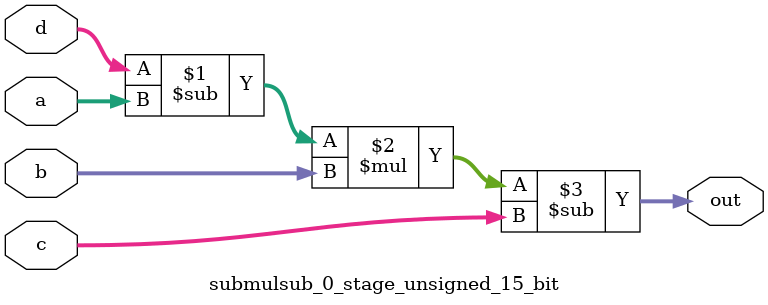
<source format=sv>
(* use_dsp = "yes" *) module submulsub_0_stage_unsigned_15_bit(
	input  [14:0] a,
	input  [14:0] b,
	input  [14:0] c,
	input  [14:0] d,
	output [14:0] out
	);

	assign out = ((d - a) * b) - c;
endmodule

</source>
